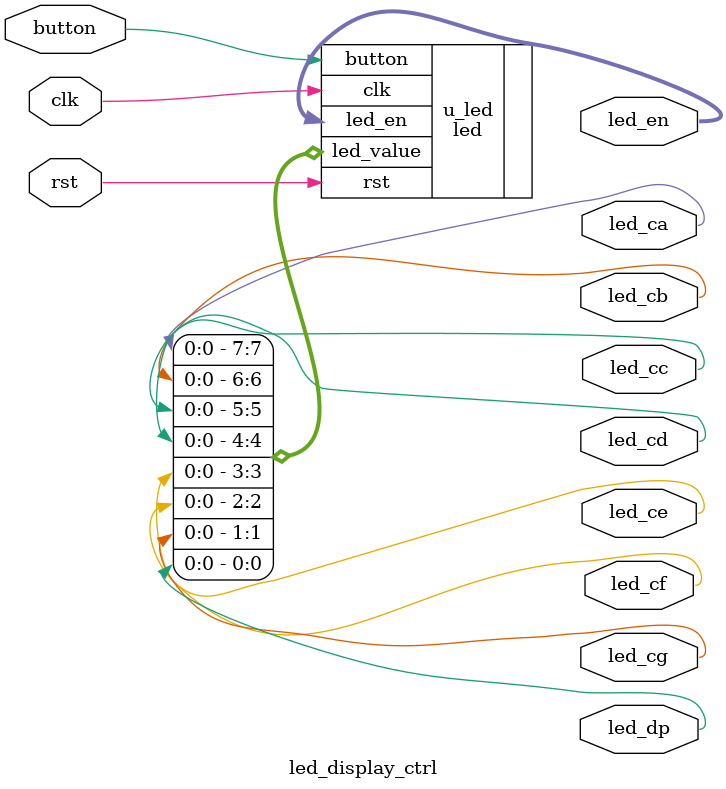
<source format=v>
module led_display_ctrl (
    input  wire       clk   ,
	input  wire       rst   ,
	input  wire       button,
	output wire [7:0] led_en,
	output wire       led_ca,
	output wire       led_cb,
    output wire       led_cc,
	output wire       led_cd,
	output wire       led_ce,
	output wire       led_cf,
	output wire       led_cg,
	output wire       led_dp 
);

led u_led(
	.clk(clk),
	.rst(rst),
	.button(button),
	.led_en(led_en),
	.led_value({led_ca, led_cb, led_cc, led_cd, led_ce, led_cf, led_cg, led_dp})
);

endmodule
</source>
